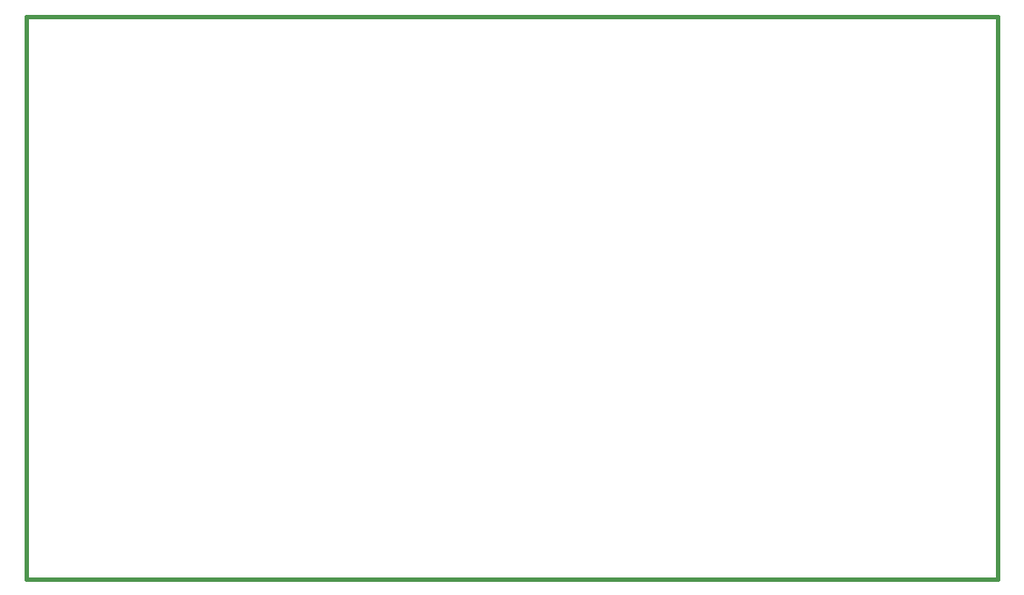
<source format=gbr>
G04 (created by PCBNEW-RS274X (2011-05-25)-stable) date Sun 08 Jan 2012 13:52:03 GMT*
G01*
G70*
G90*
%MOIN*%
G04 Gerber Fmt 3.4, Leading zero omitted, Abs format*
%FSLAX34Y34*%
G04 APERTURE LIST*
%ADD10C,0.006000*%
%ADD11C,0.015000*%
G04 APERTURE END LIST*
G54D10*
G54D11*
X37800Y-59100D02*
X37800Y-37700D01*
X74700Y-37700D02*
X66600Y-37700D01*
X74700Y-59100D02*
X74700Y-37700D01*
X37800Y-59100D02*
X74700Y-59100D01*
X37835Y-37703D02*
X66585Y-37703D01*
M02*

</source>
